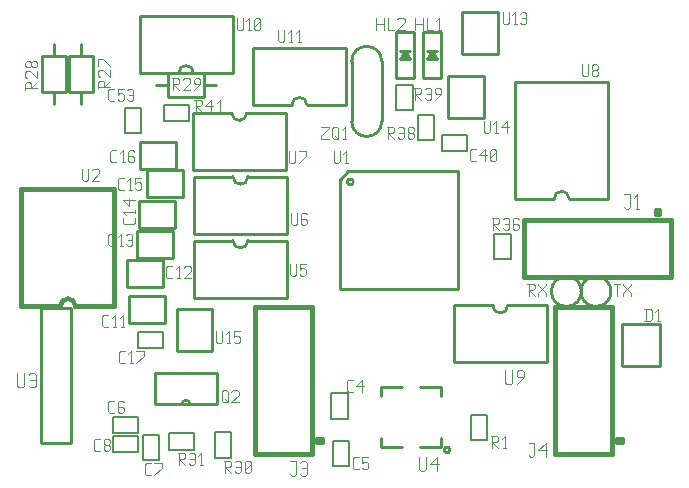
<source format=gbr>
G04 start of page 7 for group -4079 idx -4079
G04 Title: stribog.main_board, topsilk *
G04 Creator: pcb 20070208 *
G04 CreationDate: Sun Apr  6 09:45:45 2008 UTC *
G04 For: dti *
G04 Format: Gerber/RS-274X *
G04 PCB-Dimensions: 236220 157480 *
G04 PCB-Coordinate-Origin: lower left *
%MOIN*%
%FSLAX24Y24*%
%LNFRONTSILK*%
%ADD13C,0.0100*%
%ADD56C,0.0060*%
%ADD57C,0.0150*%
%ADD58C,0.0179*%
%ADD59C,0.0040*%
%ADD60C,0.0048*%
%ADD61C,0.0047*%
G54D13*X9975Y12170D02*X8675D01*
X6875D02*X8175D01*
X9975Y10270D02*Y12170D01*
X6875Y10270D02*X9975D01*
X6875Y12170D02*Y10270D01*
X8175Y12170D02*G75*G03X8675Y12170I250J0D01*G01*
X12177Y13889D02*Y11889D01*
X13177Y13889D02*Y11889D01*
X12177D02*G75*G03X13177Y11889I500J0D01*G01*
Y13889D02*G75*G03X12177Y13889I-500J0D01*G01*
X8882Y12435D02*X10182D01*
X10682D02*X11982D01*
X8882Y14335D02*Y12435D01*
Y14335D02*X11982D01*
Y12435D01*
X10682D02*G75*G03X10182Y12435I-250J0D01*G01*
X4754Y6079D02*Y5179D01*
X5954D01*
Y6079D01*
X4754D01*
X6335Y4247D02*X7515D01*
X6335Y5637D02*Y4247D01*
Y5637D02*X7515D01*
Y4247D01*
G54D56*X5052Y4876D02*Y4336D01*
X5892D01*
Y4876D02*Y4336D01*
X5052Y4876D02*X5892D01*
X6076Y950D02*X6916D01*
X6076Y1490D02*Y950D01*
Y1490D02*X6916D01*
Y950D01*
G54D13*X6531Y2478D02*X7671D01*
X5621D02*X6771D01*
X5621Y3498D02*Y2478D01*
Y3498D02*X7671D01*
Y2478D01*
X6771D02*G75*G03X6531Y2478I-120J0D01*G01*
G54D56*X5202Y1443D02*Y603D01*
Y1443D02*X5742D01*
Y603D01*
X5202D02*X5742D01*
G54D13*X5108Y11198D02*Y10298D01*
X6308D01*
Y11198D01*
X5108D01*
G54D56*X4611Y12349D02*Y11509D01*
X5151D01*
Y12349D02*Y11509D01*
X4611Y12349D02*X5151D01*
G54D13*X5103Y13498D02*X6403D01*
X6903D02*X8203D01*
X5103Y15398D02*Y13498D01*
Y15398D02*X8203D01*
Y13498D01*
X6903D02*G75*G03X6403Y13498I-250J0D01*G01*
X5649Y13110D02*X6049D01*
Y13510D02*X7249D01*
X6049D02*Y12710D01*
X7249D01*
Y13510D02*Y12710D01*
Y13110D02*X7649D01*
X3149Y14468D02*Y14068D01*
X3549D02*Y12868D01*
X2749Y14068D02*X3549D01*
X2749D02*Y12868D01*
X3549D01*
X3149D02*Y12468D01*
G54D56*X6758Y11895D02*X5918D01*
X6758Y12435D02*Y11895D01*
X5918Y12435D02*X6758D01*
X5918Y11895D02*Y12435D01*
G54D57*X11193Y1289D02*Y1209D01*
X11033Y1289D02*X11193D01*
X11033D02*Y1209D01*
X11193D01*
X8943Y809D02*X10843D01*
X8943Y5709D02*Y809D01*
Y5709D02*X10843D01*
Y809D01*
G54D56*X8144Y1522D02*Y682D01*
X7604D02*X8144D01*
X7604Y1522D02*Y682D01*
Y1522D02*X8144D01*
X11541Y1246D02*Y406D01*
Y1246D02*X12081D01*
Y406D01*
X11541D02*X12081D01*
X11501Y2821D02*Y1981D01*
Y2821D02*X12041D01*
Y1981D01*
X11501D02*X12041D01*
G54D13*X2244Y12860D02*Y12460D01*
X1844Y14060D02*Y12860D01*
X2644D01*
Y14060D02*Y12860D01*
X1844Y14060D02*X2644D01*
X2244Y14460D02*Y14060D01*
X2822Y5653D02*Y1153D01*
X1822Y5653D02*Y1153D01*
X2822D01*
X1822Y5653D02*X2822D01*
X5029Y8245D02*Y7345D01*
X6229D01*
Y8245D01*
X5029D01*
X4675Y7261D02*Y6361D01*
X5875D01*
Y7261D01*
X4675D01*
G54D58*X1166Y5727D02*X2466D01*
X2966D02*X4266D01*
X1166Y9627D02*Y5727D01*
Y9627D02*X4266D01*
Y5727D01*
X2966D02*G75*G03X2466Y5727I-250J0D01*G01*
G54D13*X5069Y9229D02*Y8329D01*
X6269D01*
Y9229D01*
X5069D01*
X5344Y10253D02*Y9353D01*
X6544D01*
Y10253D01*
X5344D01*
G54D56*X4225Y1411D02*X5065D01*
Y871D01*
X4225D02*X5065D01*
X4225Y1411D02*Y871D01*
Y2041D02*X5065D01*
Y1501D01*
X4225D02*X5065D01*
X4225Y2041D02*Y1501D01*
G54D13*X10014Y10044D02*X8714D01*
X6914D02*X8214D01*
X10014Y8144D02*Y10044D01*
X6914Y8144D02*X10014D01*
X6914Y10044D02*Y8144D01*
X8214Y10044D02*G75*G03X8714Y10044I250J0D01*G01*
X10014Y7918D02*X8714D01*
X6914D02*X8214D01*
X10014Y6018D02*Y7918D01*
X6914Y6018D02*X10014D01*
X6914Y7918D02*Y6018D01*
X8214Y7918D02*G75*G03X8714Y7918I250J0D01*G01*
G54D57*X21193Y1289D02*Y1209D01*
X21033Y1289D02*X21193D01*
X21033D02*Y1209D01*
X21193D01*
X18943Y809D02*X20843D01*
X18943Y5709D02*Y809D01*
Y5709D02*X20843D01*
Y809D01*
G54D13*X19330Y6720D02*G75*G03X19330Y6720I0J-500D01*G01*
X20315D02*G75*G03X20315Y6720I0J-500D01*G01*
G54D56*X16147Y2112D02*Y1272D01*
Y2112D02*X16687D01*
Y1272D01*
X16147D02*X16687D01*
G54D13*X21174Y3742D02*X22454D01*
X21174Y5132D02*Y3742D01*
Y5132D02*X22454D01*
Y3742D01*
X18675Y5753D02*X17375D01*
X15575D02*X16875D01*
X18675Y3853D02*Y5753D01*
X15575Y3853D02*X18675D01*
X15575Y5753D02*Y3853D01*
X16875Y5753D02*G75*G03X17375Y5753I250J0D01*G01*
X15154Y1038D02*X14454D01*
X15154Y3038D02*X14454D01*
X13154Y1038D02*X13854D01*
X13154Y3038D02*X13854D01*
X15154Y1038D02*Y1338D01*
Y3038D02*Y2738D01*
X13154Y1038D02*Y1338D01*
Y3038D02*Y2738D01*
X15454Y938D02*G75*G03X15454Y938I-100J0D01*G01*
X15863Y14129D02*X17043D01*
X15863Y15519D02*Y14129D01*
Y15519D02*X17043D01*
Y14129D01*
X16578Y13390D02*X15398D01*
X16578Y12000D02*Y13390D01*
X15398Y12000D02*X16578D01*
X15398Y13390D02*Y12000D01*
G54D56*X15170Y10911D02*X16010D01*
X15170Y11451D02*Y10911D01*
Y11451D02*X16010D01*
Y10911D01*
X13667Y12257D02*X14207D01*
Y13097D02*Y12257D01*
X13667Y13097D02*X14207D01*
X13667D02*Y12257D01*
X14375Y11272D02*X14915D01*
Y12112D02*Y11272D01*
X14375Y12112D02*X14915D01*
X14375D02*Y11272D01*
G54D13*X14680Y14228D02*X15020D01*
X14850D02*X15020Y13968D01*
X14850Y14228D02*X14680Y13968D01*
X14850Y14238D02*Y13958D01*
X14680Y13968D02*X15020D01*
X14540Y13338D02*X15160D01*
Y14858D02*Y13348D01*
X14540Y14858D02*X15160D01*
X14540Y13348D02*Y14858D01*
X13780Y14228D02*X14120D01*
X13950D02*X14120Y13968D01*
X13950Y14228D02*X13780Y13968D01*
X13950Y14238D02*Y13958D01*
X13780Y13968D02*X14120D01*
X13640Y13338D02*X14260D01*
Y14858D02*Y13348D01*
X13640Y14858D02*X14260D01*
X13640Y13348D02*Y14858D01*
G54D56*X16934Y7296D02*X17474D01*
Y8136D02*Y7296D01*
X16934Y8136D02*X17474D01*
X16934D02*Y7296D01*
G54D57*X22332Y8949D02*X22412D01*
X22332D02*Y8789D01*
X22412D01*
Y8949D02*Y8789D01*
X22812Y8599D02*Y6699D01*
X17912D02*X22812D01*
X17912Y8599D02*Y6699D01*
Y8599D02*X22812D01*
G54D13*X12055Y10220D02*X15705D01*
Y6290D01*
X11775D01*
Y9940D01*
X12055Y10220D01*
X12025Y9870D02*G75*G03X12025Y9870I100J0D01*G01*
X17623Y9309D02*X18923D01*
X19423D02*X20723D01*
X17623Y13209D02*Y9309D01*
Y13209D02*X20723D01*
Y9309D01*
X19423D02*G75*G03X18923Y9309I-250J0D01*G01*
G54D59*X3908Y5051D02*X4058D01*
X3858Y5101D02*X3908Y5051D01*
X3858Y5401D02*Y5101D01*
Y5401D02*X3908Y5451D01*
X4058D01*
X4228Y5051D02*X4328D01*
X4278Y5451D02*Y5051D01*
X4178Y5351D02*X4278Y5451D01*
X4498Y5051D02*X4598D01*
X4548Y5451D02*Y5051D01*
X4448Y5351D02*X4548Y5451D01*
X4459Y3830D02*X4609D01*
X4409Y3880D02*X4459Y3830D01*
X4409Y4180D02*Y3880D01*
Y4180D02*X4459Y4230D01*
X4609D01*
X4779Y3830D02*X4879D01*
X4829Y4230D02*Y3830D01*
X4729Y4130D02*X4829Y4230D01*
X4999Y3830D02*X5249Y4080D01*
Y4230D02*Y4080D01*
X4999Y4230D02*X5249D01*
X7660Y4889D02*Y4539D01*
X7710Y4489D01*
X7810D01*
X7860Y4539D01*
Y4889D02*Y4539D01*
X8030Y4489D02*X8130D01*
X8080Y4889D02*Y4489D01*
X7980Y4789D02*X8080Y4889D01*
X8251D02*X8451D01*
X8251D02*Y4689D01*
X8301Y4739D01*
X8401D01*
X8451Y4689D01*
Y4539D01*
X8401Y4489D02*X8451Y4539D01*
X8301Y4489D02*X8401D01*
X8251Y4539D02*X8301Y4489D01*
G54D60*X1023Y3502D02*Y3082D01*
X1083Y3022D01*
X1203D01*
X1263Y3082D01*
Y3502D02*Y3082D01*
X1407Y3442D02*X1467Y3502D01*
X1587D01*
X1647Y3442D01*
Y3082D01*
X1587Y3022D02*X1647Y3082D01*
X1467Y3022D02*X1587D01*
X1407Y3082D02*X1467Y3022D01*
Y3262D02*X1647D01*
X18074Y1175D02*X18254D01*
Y755D01*
X18194Y695D02*X18254Y755D01*
X18134Y695D02*X18194D01*
X18074Y755D02*X18134Y695D01*
X18398Y935D02*X18638Y1175D01*
X18398Y935D02*X18698D01*
X18638Y1175D02*Y695D01*
G54D59*X16812Y1414D02*X17012D01*
X17062Y1364D01*
Y1264D01*
X17012Y1214D02*X17062Y1264D01*
X16862Y1214D02*X17012D01*
X16862Y1414D02*Y1014D01*
Y1214D02*X17062Y1014D01*
X17232D02*X17332D01*
X17282Y1414D02*Y1014D01*
X17182Y1314D02*X17282Y1414D01*
X21979Y5648D02*Y5248D01*
X22129Y5648D02*X22179Y5598D01*
Y5298D01*
X22129Y5248D02*X22179Y5298D01*
X21929Y5248D02*X22129D01*
X21929Y5648D02*X22129D01*
X22349Y5248D02*X22449D01*
X22399Y5648D02*Y5248D01*
X22299Y5548D02*X22399Y5648D01*
X20905Y6474D02*X21105D01*
X21005D02*Y6074D01*
X21225Y6474D02*Y6424D01*
X21475Y6174D01*
Y6074D01*
X21225Y6174D02*Y6074D01*
Y6174D02*X21475Y6424D01*
Y6474D02*Y6424D01*
G54D61*X17296Y3592D02*Y3182D01*
X17354Y3124D01*
X17471D01*
X17530Y3182D01*
Y3592D02*Y3182D01*
X17670Y3124D02*X17904Y3358D01*
Y3533D02*Y3358D01*
X17846Y3592D02*X17904Y3533D01*
X17729Y3592D02*X17846D01*
X17670Y3533D02*X17729Y3592D01*
X17670Y3533D02*Y3416D01*
X17729Y3358D01*
X17904D01*
G54D59*X18031Y6474D02*X18231D01*
X18281Y6424D01*
Y6324D01*
X18231Y6274D02*X18281Y6324D01*
X18081Y6274D02*X18231D01*
X18081Y6474D02*Y6074D01*
Y6274D02*X18281Y6074D01*
X18401Y6474D02*Y6424D01*
X18651Y6174D01*
Y6074D01*
X18401Y6174D02*Y6074D01*
Y6174D02*X18651Y6424D01*
Y6474D02*Y6424D01*
G54D60*X10129Y561D02*X10309D01*
Y141D01*
X10249Y81D02*X10309Y141D01*
X10189Y81D02*X10249D01*
X10129Y141D02*X10189Y81D01*
X10454Y501D02*X10514Y561D01*
X10634D01*
X10694Y501D01*
Y141D01*
X10634Y81D02*X10694Y141D01*
X10514Y81D02*X10634D01*
X10454Y141D02*X10514Y81D01*
Y321D02*X10694D01*
G54D59*X7913Y569D02*X8113D01*
X8163Y519D01*
Y419D01*
X8113Y369D02*X8163Y419D01*
X7963Y369D02*X8113D01*
X7963Y569D02*Y169D01*
Y369D02*X8163Y169D01*
X8283Y519D02*X8333Y569D01*
X8433D01*
X8483Y519D01*
Y219D01*
X8433Y169D02*X8483Y219D01*
X8333Y169D02*X8433D01*
X8283Y219D02*X8333Y169D01*
Y369D02*X8483D01*
X8603Y219D02*X8653Y169D01*
X8603Y519D02*Y219D01*
Y519D02*X8653Y569D01*
X8753D01*
X8803Y519D01*
Y219D01*
X8753Y169D02*X8803Y219D01*
X8653Y169D02*X8753D01*
X8603Y269D02*X8803Y469D01*
X12254Y287D02*X12404D01*
X12204Y337D02*X12254Y287D01*
X12204Y637D02*Y337D01*
Y637D02*X12254Y687D01*
X12404D01*
X12524D02*X12724D01*
X12524D02*Y487D01*
X12574Y537D01*
X12674D01*
X12724Y487D01*
Y337D01*
X12674Y287D02*X12724Y337D01*
X12574Y287D02*X12674D01*
X12524Y337D02*X12574Y287D01*
X6378Y844D02*X6578D01*
X6628Y794D01*
Y694D01*
X6578Y644D02*X6628Y694D01*
X6428Y644D02*X6578D01*
X6428Y844D02*Y444D01*
Y644D02*X6628Y444D01*
X6748Y794D02*X6798Y844D01*
X6898D01*
X6948Y794D01*
Y494D01*
X6898Y444D02*X6948Y494D01*
X6798Y444D02*X6898D01*
X6748Y494D02*X6798Y444D01*
Y644D02*X6948D01*
X7118Y444D02*X7218D01*
X7168Y844D02*Y444D01*
X7068Y744D02*X7168Y844D01*
X7847Y2872D02*Y2572D01*
Y2872D02*X7897Y2922D01*
X7997D01*
X8047Y2872D01*
Y2572D01*
X7997Y2522D02*X8047Y2572D01*
X7897Y2522D02*X7997D01*
X7847Y2572D02*X7897Y2522D01*
X7947Y2622D02*X8047Y2522D01*
X8167Y2872D02*X8217Y2922D01*
X8367D01*
X8417Y2872D01*
Y2772D01*
X8167Y2522D02*X8417Y2772D01*
X8167Y2522D02*X8417D01*
X3632Y917D02*X3782D01*
X3582Y967D02*X3632Y917D01*
X3582Y1267D02*Y967D01*
Y1267D02*X3632Y1317D01*
X3782D01*
X3902Y967D02*X3952Y917D01*
X3902Y1067D02*Y967D01*
Y1067D02*X3952Y1117D01*
X4052D01*
X4102Y1067D01*
Y967D01*
X4052Y917D02*X4102Y967D01*
X3952Y917D02*X4052D01*
X3902Y1167D02*X3952Y1117D01*
X3902Y1267D02*Y1167D01*
Y1267D02*X3952Y1317D01*
X4052D01*
X4102Y1267D01*
Y1167D01*
X4052Y1117D02*X4102Y1167D01*
X4105Y2177D02*X4255D01*
X4055Y2227D02*X4105Y2177D01*
X4055Y2527D02*Y2227D01*
Y2527D02*X4105Y2577D01*
X4255D01*
X4525D02*X4575Y2527D01*
X4425Y2577D02*X4525D01*
X4375Y2527D02*X4425Y2577D01*
X4375Y2527D02*Y2227D01*
X4425Y2177D01*
X4525Y2377D02*X4575Y2327D01*
X4375Y2377D02*X4525D01*
X4425Y2177D02*X4525D01*
X4575Y2227D01*
Y2327D02*Y2227D01*
X12057Y2885D02*X12207D01*
X12007Y2935D02*X12057Y2885D01*
X12007Y3235D02*Y2935D01*
Y3235D02*X12057Y3285D01*
X12207D01*
X12328Y3085D02*X12528Y3285D01*
X12328Y3085D02*X12578D01*
X12528Y3285D02*Y2885D01*
X5325Y90D02*X5475D01*
X5275Y140D02*X5325Y90D01*
X5275Y440D02*Y140D01*
Y440D02*X5325Y490D01*
X5475D01*
X5595Y90D02*X5845Y340D01*
Y490D02*Y340D01*
X5595Y490D02*X5845D01*
G54D60*X14409Y706D02*Y286D01*
X14469Y226D01*
X14589D01*
X14649Y286D01*
Y706D02*Y286D01*
X14793Y466D02*X15033Y706D01*
X14793Y466D02*X15093D01*
X15033Y706D02*Y226D01*
G54D59*X4183Y10523D02*X4333D01*
X4133Y10573D02*X4183Y10523D01*
X4133Y10873D02*Y10573D01*
Y10873D02*X4183Y10923D01*
X4333D01*
X4503Y10523D02*X4603D01*
X4553Y10923D02*Y10523D01*
X4453Y10823D02*X4553Y10923D01*
X4874D02*X4924Y10873D01*
X4774Y10923D02*X4874D01*
X4724Y10873D02*X4774Y10923D01*
X4724Y10873D02*Y10573D01*
X4774Y10523D01*
X4874Y10723D02*X4924Y10673D01*
X4724Y10723D02*X4874D01*
X4774Y10523D02*X4874D01*
X4924Y10573D01*
Y10673D02*Y10573D01*
X4948Y8664D02*Y8514D01*
X4898Y8464D02*X4948Y8514D01*
X4598Y8464D02*X4898D01*
X4598D02*X4548Y8514D01*
Y8664D02*Y8514D01*
X4948Y8934D02*Y8834D01*
X4548Y8884D02*X4948D01*
X4648Y8784D02*X4548Y8884D01*
X4748Y9054D02*X4548Y9254D01*
X4748Y9304D02*Y9054D01*
X4548Y9254D02*X4948D01*
X3194Y10318D02*Y9968D01*
X3244Y9918D01*
X3344D01*
X3394Y9968D01*
Y10318D02*Y9968D01*
X3514Y10268D02*X3564Y10318D01*
X3714D01*
X3764Y10268D01*
Y10168D01*
X3514Y9918D02*X3764Y10168D01*
X3514Y9918D02*X3764D01*
X4105Y12570D02*X4255D01*
X4055Y12620D02*X4105Y12570D01*
X4055Y12920D02*Y12620D01*
Y12920D02*X4105Y12970D01*
X4255D01*
X4375D02*X4575D01*
X4375D02*Y12770D01*
X4425Y12820D01*
X4525D01*
X4575Y12770D01*
Y12620D01*
X4525Y12570D02*X4575Y12620D01*
X4425Y12570D02*X4525D01*
X4375Y12620D02*X4425Y12570D01*
X4695Y12920D02*X4745Y12970D01*
X4845D01*
X4895Y12920D01*
Y12620D01*
X4845Y12570D02*X4895Y12620D01*
X4745Y12570D02*X4845D01*
X4695Y12620D02*X4745Y12570D01*
Y12770D02*X4895D01*
X6181Y13325D02*X6381D01*
X6431Y13275D01*
Y13175D01*
X6381Y13125D02*X6431Y13175D01*
X6231Y13125D02*X6381D01*
X6231Y13325D02*Y12925D01*
Y13125D02*X6431Y12925D01*
X6551Y13275D02*X6601Y13325D01*
X6751D01*
X6801Y13275D01*
Y13175D01*
X6551Y12925D02*X6801Y13175D01*
X6551Y12925D02*X6801D01*
X6921D02*X7121Y13125D01*
Y13275D02*Y13125D01*
X7071Y13325D02*X7121Y13275D01*
X6971Y13325D02*X7071D01*
X6921Y13275D02*X6971Y13325D01*
X6921Y13275D02*Y13175D01*
X6971Y13125D01*
X7121D01*
X4115Y7736D02*X4265D01*
X4065Y7786D02*X4115Y7736D01*
X4065Y8086D02*Y7786D01*
Y8086D02*X4115Y8136D01*
X4265D01*
X4435Y7736D02*X4535D01*
X4485Y8136D02*Y7736D01*
X4385Y8036D02*X4485Y8136D01*
X4655Y8086D02*X4705Y8136D01*
X4805D01*
X4855Y8086D01*
Y7786D01*
X4805Y7736D02*X4855Y7786D01*
X4705Y7736D02*X4805D01*
X4655Y7786D02*X4705Y7736D01*
Y7936D02*X4855D01*
X4420Y9618D02*X4570D01*
X4370Y9668D02*X4420Y9618D01*
X4370Y9968D02*Y9668D01*
Y9968D02*X4420Y10018D01*
X4570D01*
X4740Y9618D02*X4840D01*
X4790Y10018D02*Y9618D01*
X4690Y9918D02*X4790Y10018D01*
X4960D02*X5160D01*
X4960D02*Y9818D01*
X5010Y9868D01*
X5110D01*
X5160Y9818D01*
Y9668D01*
X5110Y9618D02*X5160Y9668D01*
X5010Y9618D02*X5110D01*
X4960Y9668D02*X5010Y9618D01*
X6034Y6665D02*X6184D01*
X5984Y6715D02*X6034Y6665D01*
X5984Y7015D02*Y6715D01*
Y7015D02*X6034Y7065D01*
X6184D01*
X6354Y6665D02*X6454D01*
X6404Y7065D02*Y6665D01*
X6304Y6965D02*X6404Y7065D01*
X6574Y7015D02*X6624Y7065D01*
X6774D01*
X6824Y7015D01*
Y6915D01*
X6574Y6665D02*X6824Y6915D01*
X6574Y6665D02*X6824D01*
X17204Y15530D02*Y15180D01*
X17254Y15130D01*
X17354D01*
X17404Y15180D01*
Y15530D02*Y15180D01*
X17574Y15130D02*X17674D01*
X17624Y15530D02*Y15130D01*
X17524Y15430D02*X17624Y15530D01*
X17794Y15480D02*X17844Y15530D01*
X17944D01*
X17994Y15480D01*
Y15180D01*
X17944Y15130D02*X17994Y15180D01*
X17844Y15130D02*X17944D01*
X17794Y15180D02*X17844Y15130D01*
Y15330D02*X17994D01*
X14300Y15348D02*Y14948D01*
X14550Y15348D02*Y14948D01*
X14300Y15148D02*X14550D01*
X14670Y15348D02*Y14948D01*
X14870D01*
X15040D02*X15140D01*
X15090Y15348D02*Y14948D01*
X14990Y15248D02*X15090Y15348D01*
X13000D02*Y14948D01*
X13250Y15348D02*Y14948D01*
X13000Y15148D02*X13250D01*
X13370Y15348D02*Y14948D01*
X13570D01*
X13690Y15298D02*X13740Y15348D01*
X13890D01*
X13940Y15298D01*
Y15198D01*
X13690Y14948D02*X13940Y15198D01*
X13690Y14948D02*X13940D01*
X16850Y8679D02*X17050D01*
X17100Y8629D01*
Y8529D01*
X17050Y8479D02*X17100Y8529D01*
X16900Y8479D02*X17050D01*
X16900Y8679D02*Y8279D01*
Y8479D02*X17100Y8279D01*
X17220Y8629D02*X17270Y8679D01*
X17370D01*
X17420Y8629D01*
Y8329D01*
X17370Y8279D02*X17420Y8329D01*
X17270Y8279D02*X17370D01*
X17220Y8329D02*X17270Y8279D01*
Y8479D02*X17420D01*
X17690Y8679D02*X17740Y8629D01*
X17590Y8679D02*X17690D01*
X17540Y8629D02*X17590Y8679D01*
X17540Y8629D02*Y8329D01*
X17590Y8279D01*
X17690Y8479D02*X17740Y8429D01*
X17540Y8479D02*X17690D01*
X17590Y8279D02*X17690D01*
X17740Y8329D01*
Y8429D02*Y8329D01*
X14251Y13010D02*X14451D01*
X14501Y12960D01*
Y12860D01*
X14451Y12810D02*X14501Y12860D01*
X14301Y12810D02*X14451D01*
X14301Y13010D02*Y12610D01*
Y12810D02*X14501Y12610D01*
X14622Y12960D02*X14672Y13010D01*
X14772D01*
X14822Y12960D01*
Y12660D01*
X14772Y12610D02*X14822Y12660D01*
X14672Y12610D02*X14772D01*
X14622Y12660D02*X14672Y12610D01*
Y12810D02*X14822D01*
X14942Y12610D02*X15142Y12810D01*
Y12960D02*Y12810D01*
X15092Y13010D02*X15142Y12960D01*
X14992Y13010D02*X15092D01*
X14942Y12960D02*X14992Y13010D01*
X14942Y12960D02*Y12860D01*
X14992Y12810D01*
X15142D01*
X13346Y11711D02*X13546D01*
X13596Y11661D01*
Y11561D01*
X13546Y11511D02*X13596Y11561D01*
X13396Y11511D02*X13546D01*
X13396Y11711D02*Y11311D01*
Y11511D02*X13596Y11311D01*
X13716Y11661D02*X13766Y11711D01*
X13866D01*
X13916Y11661D01*
Y11361D01*
X13866Y11311D02*X13916Y11361D01*
X13766Y11311D02*X13866D01*
X13716Y11361D02*X13766Y11311D01*
Y11511D02*X13916D01*
X14036Y11361D02*X14086Y11311D01*
X14036Y11461D02*Y11361D01*
Y11461D02*X14086Y11511D01*
X14186D01*
X14236Y11461D01*
Y11361D01*
X14186Y11311D02*X14236Y11361D01*
X14086Y11311D02*X14186D01*
X14036Y11561D02*X14086Y11511D01*
X14036Y11661D02*Y11561D01*
Y11661D02*X14086Y11711D01*
X14186D01*
X14236Y11661D01*
Y11561D01*
X14186Y11511D02*X14236Y11561D01*
X9731Y14938D02*Y14588D01*
X9781Y14538D01*
X9881D01*
X9931Y14588D01*
Y14938D02*Y14588D01*
X10101Y14538D02*X10201D01*
X10151Y14938D02*Y14538D01*
X10051Y14838D02*X10151Y14938D01*
X10371Y14538D02*X10471D01*
X10421Y14938D02*Y14538D01*
X10321Y14838D02*X10421Y14938D01*
X8344Y15333D02*Y14983D01*
X8394Y14933D01*
X8494D01*
X8544Y14983D01*
Y15333D02*Y14983D01*
X8714Y14933D02*X8814D01*
X8764Y15333D02*Y14933D01*
X8664Y15233D02*X8764Y15333D01*
X8934Y14983D02*X8984Y14933D01*
X8934Y15283D02*Y14983D01*
Y15283D02*X8984Y15333D01*
X9084D01*
X9134Y15283D01*
Y14983D01*
X9084Y14933D02*X9134Y14983D01*
X8984Y14933D02*X9084D01*
X8934Y15033D02*X9134Y15233D01*
X1292Y13152D02*Y12952D01*
Y13152D02*X1342Y13202D01*
X1442D01*
X1492Y13152D02*X1442Y13202D01*
X1492Y13152D02*Y13002D01*
X1292D02*X1692D01*
X1492D02*X1692Y13202D01*
X1342Y13323D02*X1292Y13373D01*
Y13523D02*Y13373D01*
Y13523D02*X1342Y13573D01*
X1442D01*
X1692Y13323D02*X1442Y13573D01*
X1692D02*Y13323D01*
X1642Y13693D02*X1692Y13743D01*
X1542Y13693D02*X1642D01*
X1542D02*X1492Y13743D01*
Y13843D02*Y13743D01*
Y13843D02*X1542Y13893D01*
X1642D01*
X1692Y13843D02*X1642Y13893D01*
X1692Y13843D02*Y13743D01*
X1442Y13693D02*X1492Y13743D01*
X1342Y13693D02*X1442D01*
X1342D02*X1292Y13743D01*
Y13843D02*Y13743D01*
Y13843D02*X1342Y13893D01*
X1442D01*
X1492Y13843D02*X1442Y13893D01*
X10129Y7152D02*Y6802D01*
X10179Y6752D01*
X10279D01*
X10329Y6802D01*
Y7152D02*Y6802D01*
X10449Y7152D02*X10649D01*
X10449D02*Y6952D01*
X10499Y7002D01*
X10599D01*
X10649Y6952D01*
Y6802D01*
X10599Y6752D02*X10649Y6802D01*
X10499Y6752D02*X10599D01*
X10449Y6802D02*X10499Y6752D01*
X16574Y11907D02*Y11557D01*
X16624Y11507D01*
X16724D01*
X16774Y11557D01*
Y11907D02*Y11557D01*
X16944Y11507D02*X17044D01*
X16994Y11907D02*Y11507D01*
X16894Y11807D02*X16994Y11907D01*
X17165Y11707D02*X17365Y11907D01*
X17165Y11707D02*X17415D01*
X17365Y11907D02*Y11507D01*
X16152Y10562D02*X16302D01*
X16102Y10612D02*X16152Y10562D01*
X16102Y10912D02*Y10612D01*
Y10912D02*X16152Y10962D01*
X16302D01*
X16422Y10762D02*X16622Y10962D01*
X16422Y10762D02*X16672D01*
X16622Y10962D02*Y10562D01*
X16792Y10612D02*X16842Y10562D01*
X16792Y10912D02*Y10612D01*
Y10912D02*X16842Y10962D01*
X16942D01*
X16992Y10912D01*
Y10612D01*
X16942Y10562D02*X16992Y10612D01*
X16842Y10562D02*X16942D01*
X16792Y10662D02*X16992Y10862D01*
X11571Y10916D02*Y10566D01*
X11621Y10516D01*
X11721D01*
X11771Y10566D01*
Y10916D02*Y10566D01*
X11941Y10516D02*X12041D01*
X11991Y10916D02*Y10516D01*
X11891Y10816D02*X11991Y10916D01*
X19859Y13791D02*Y13441D01*
X19909Y13391D01*
X20009D01*
X20059Y13441D01*
Y13791D02*Y13441D01*
X20179D02*X20229Y13391D01*
X20179Y13541D02*Y13441D01*
Y13541D02*X20229Y13591D01*
X20329D01*
X20379Y13541D01*
Y13441D01*
X20329Y13391D02*X20379Y13441D01*
X20229Y13391D02*X20329D01*
X20179Y13641D02*X20229Y13591D01*
X20179Y13741D02*Y13641D01*
Y13741D02*X20229Y13791D01*
X20329D01*
X20379Y13741D01*
Y13641D01*
X20329Y13591D02*X20379Y13641D01*
G54D60*X21255Y9454D02*X21435D01*
Y9034D01*
X21375Y8974D02*X21435Y9034D01*
X21315Y8974D02*X21375D01*
X21255Y9034D02*X21315Y8974D01*
X21639D02*X21759D01*
X21699Y9454D02*Y8974D01*
X21579Y9334D02*X21699Y9454D01*
G54D59*X3729Y13192D02*Y12992D01*
Y13192D02*X3779Y13242D01*
X3879D01*
X3929Y13192D02*X3879Y13242D01*
X3929Y13192D02*Y13042D01*
X3729D02*X4129D01*
X3929D02*X4129Y13242D01*
X3779Y13362D02*X3729Y13412D01*
Y13562D02*Y13412D01*
Y13562D02*X3779Y13612D01*
X3879D01*
X4129Y13362D02*X3879Y13612D01*
X4129D02*Y13362D01*
Y13732D02*X3879Y13982D01*
X3729D02*X3879D01*
X3729D02*Y13732D01*
X6929Y12616D02*X7129D01*
X7179Y12566D01*
Y12466D01*
X7129Y12416D02*X7179Y12466D01*
X6979Y12416D02*X7129D01*
X6979Y12616D02*Y12216D01*
Y12416D02*X7179Y12216D01*
X7299Y12416D02*X7499Y12616D01*
X7299Y12416D02*X7549D01*
X7499Y12616D02*Y12216D01*
X7719D02*X7819D01*
X7769Y12616D02*Y12216D01*
X7669Y12516D02*X7769Y12616D01*
X10082Y10897D02*Y10547D01*
X10132Y10497D01*
X10232D01*
X10282Y10547D01*
Y10897D02*Y10547D01*
X10402Y10497D02*X10652Y10747D01*
Y10897D02*Y10747D01*
X10402Y10897D02*X10652D01*
X11160Y11716D02*X11410D01*
Y11666D01*
X11160Y11416D02*X11410Y11666D01*
X11160Y11416D02*Y11316D01*
X11410D01*
X11530Y11666D02*Y11366D01*
Y11666D02*X11580Y11716D01*
X11680D01*
X11730Y11666D01*
Y11366D01*
X11680Y11316D02*X11730Y11366D01*
X11580Y11316D02*X11680D01*
X11530Y11366D02*X11580Y11316D01*
X11630Y11416D02*X11730Y11316D01*
X11901D02*X12001D01*
X11951Y11716D02*Y11316D01*
X11851Y11616D02*X11951Y11716D01*
X10163Y8839D02*Y8489D01*
X10213Y8439D01*
X10313D01*
X10363Y8489D01*
Y8839D02*Y8489D01*
X10633Y8839D02*X10683Y8789D01*
X10533Y8839D02*X10633D01*
X10483Y8789D02*X10533Y8839D01*
X10483Y8789D02*Y8489D01*
X10533Y8439D01*
X10633Y8639D02*X10683Y8589D01*
X10483Y8639D02*X10633D01*
X10533Y8439D02*X10633D01*
X10683Y8489D01*
Y8589D02*Y8489D01*
M02*

</source>
